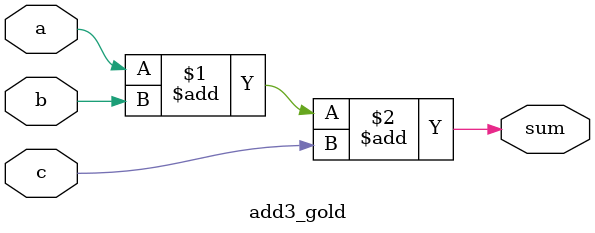
<source format=v>
module add1_gold(input wire a, output wire sum);
assign sum = a + 1'b1;
endmodule

module add2_gold(input wire a, output wire sum);
assign sum = a + 2'b1;
endmodule

module add3_gold(input wire a, input wire b, input wire c, output wire sum);
assign sum = a + b + c;
endmodule

</source>
